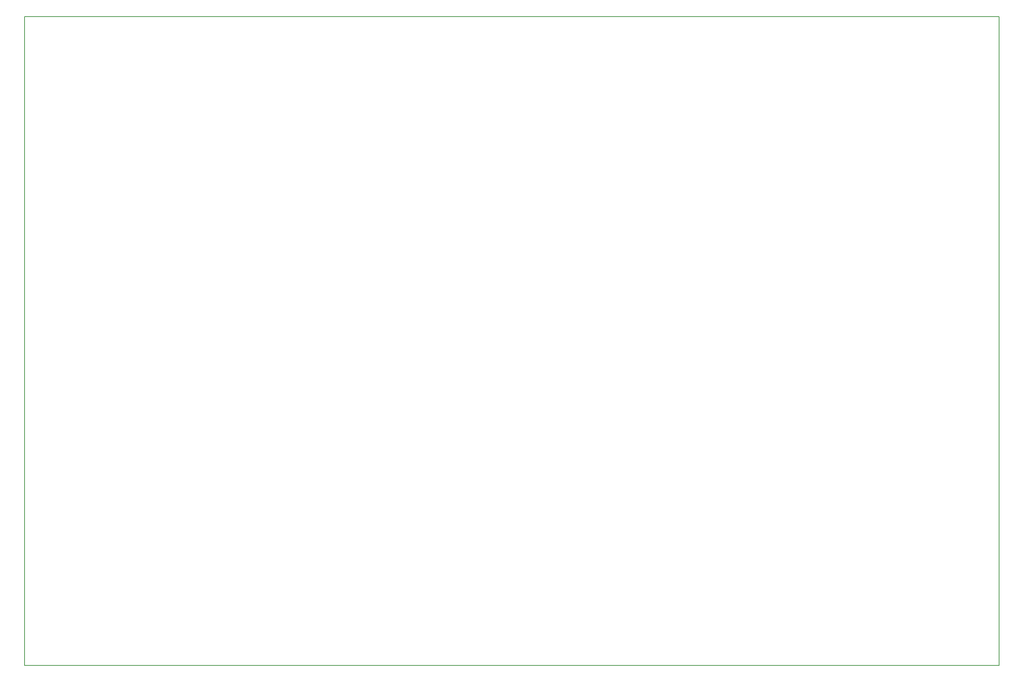
<source format=gbr>
G04 DipTrace 2.4.0.2*
%INBottomAssy.gbr*%
%MOIN*%
%ADD11C,0.006*%
%FSLAX44Y44*%
G04*
G70*
G90*
G75*
G01*
%LNBotAssy*%
%LPD*%
X3937Y3937D2*
D11*
Y63937D1*
X93937D1*
Y3937D1*
X3937D1*
M02*

</source>
